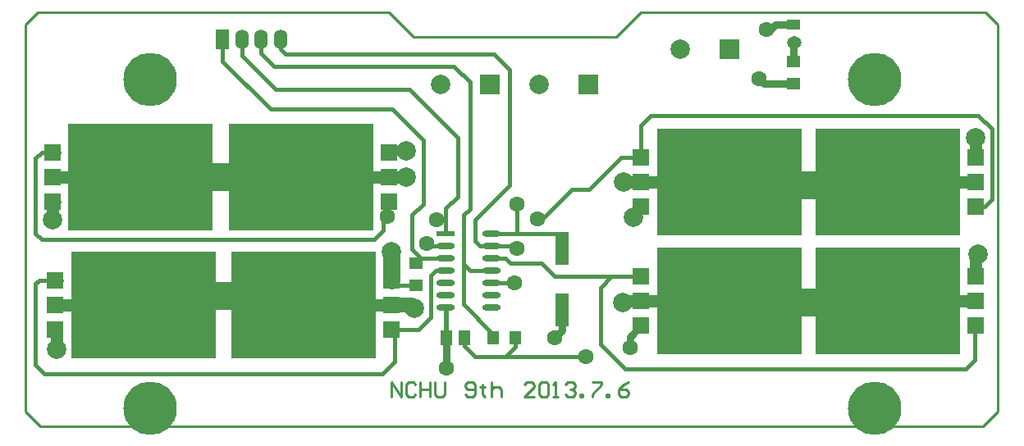
<source format=gtl>
%FSTAX23Y23*%
%MOIN*%
%SFA1B1*%

%IPPOS*%
%ADD10R,0.071000X0.071000*%
%ADD11R,0.591000X0.433000*%
%ADD12R,0.047000X0.055000*%
%ADD13R,0.055000X0.047000*%
%ADD14R,0.157000X0.118000*%
%ADD15O,0.075000X0.024000*%
%ADD16R,0.075000X0.024000*%
%ADD17R,0.051000X0.059000*%
%ADD18R,0.055000X0.138000*%
%ADD19R,0.055000X0.039000*%
%ADD20O,0.059000X0.051000*%
%ADD21C,0.016000*%
%ADD22C,0.050000*%
%ADD23C,0.031000*%
%ADD24C,0.020000*%
%ADD25C,0.059000*%
%ADD26C,0.014000*%
%ADD27C,0.071000*%
%ADD28C,0.011000*%
%ADD29C,0.010000*%
%ADD30O,0.055000X0.079000*%
%ADD31R,0.055000X0.079000*%
%ADD32C,0.079000*%
%ADD33C,0.217000*%
%ADD34R,0.079000X0.079000*%
%ADD35C,0.063000*%
%LNmos¹ÜhÇÅ-1*%
%LPD*%
G54D10*
X0387Y00695D03*
Y00595D03*
Y00495D03*
X0251Y0118D03*
Y0108D03*
Y0098D03*
X01495Y0048D03*
Y0058D03*
Y0068D03*
X0013Y0048D03*
Y0058D03*
Y0068D03*
X0012Y012D03*
Y011D03*
Y01D03*
X01485Y012D03*
Y011D03*
Y01D03*
X0387Y0118D03*
Y0108D03*
Y0098D03*
X0251Y00695D03*
Y00595D03*
Y00495D03*
G54D11*
X03513Y00595D03*
X02868Y0108D03*
X01138Y0058D03*
X00488D03*
X00477Y011D03*
X01128D03*
X03513Y0108D03*
X02868Y00595D03*
G54D12*
X02Y00445D03*
X0191D03*
G54D13*
X01595Y0066D03*
Y0075D03*
X0313Y0157D03*
Y0148D03*
G54D14*
X00825Y00615D03*
Y011D03*
X0315Y0059D03*
X03155Y01065D03*
G54D15*
X01717Y0057D03*
X01903Y0087D03*
Y0057D03*
Y0062D03*
Y0067D03*
Y0072D03*
X01717Y0082D03*
Y0077D03*
Y0072D03*
Y0067D03*
Y0062D03*
X01903Y0077D03*
Y0082D03*
G54D16*
X01717Y0087D03*
G54D17*
X01718Y00445D03*
X01792D03*
G54D18*
X0219Y0056D03*
Y0081D03*
G54D19*
X0313Y0172D03*
G54D20*
X03131Y01644D03*
G54D21*
X015Y01375D02*
X01625Y0125D01*
X0209Y0092D02*
Y0093D01*
Y0092D02*
X02095Y00915D01*
X02005Y0087D02*
X02114D01*
X02095Y00915D02*
X0223Y0105D01*
X0196Y0037D02*
X02Y0041D01*
X0196Y0037D02*
X02285D01*
X01835D02*
X0196D01*
X02005Y0087D02*
Y0099D01*
X01903Y0087D02*
X02005D01*
X01835Y0084D02*
Y00925D01*
X02Y0041D02*
Y00445D01*
X01792Y00413D02*
X01835Y0037D01*
X01792Y00413D02*
Y00445D01*
X01789Y00581D02*
X0191Y0046D01*
Y00445D02*
Y0046D01*
X01789Y00581D02*
Y00746D01*
X02345Y0042D02*
X02445Y0032D01*
X01717Y0057D02*
X01718D01*
X0216Y00695D02*
X0239D01*
X02105Y0075D02*
X0216Y00695D01*
X0198Y0075D02*
X02105D01*
X0194Y0067D02*
X01995D01*
X0196Y0077D02*
X0198Y0075D01*
X01903Y0077D02*
X0196D01*
X01903Y0082D02*
X02D01*
X0223Y0105D02*
X023D01*
X01903Y0087D02*
D01*
X0194Y0067D02*
X01985D01*
X01903D02*
X0194D01*
X01675Y0072D02*
X01717D01*
X01655Y007D02*
X01675Y0072D01*
X01655Y0053D02*
Y007D01*
X01605Y0048D02*
X01655Y0053D01*
X01495Y0068D02*
X01515Y0066D01*
X01595*
X0243Y0118D02*
X0251D01*
X023Y0105D02*
X0243Y0118D01*
X01662Y0082D02*
X01717D01*
X01615Y0077D02*
X01717D01*
X01789Y00746D02*
Y00944D01*
Y00746D02*
X01815Y0072D01*
X01717Y0087D02*
Y00972D01*
X01815Y0072D02*
X01903D01*
X01835Y0084D02*
X01855Y0082D01*
X01903*
X01495Y0048D02*
X01605D01*
X0239Y00695D02*
X0251D01*
X02345Y0065D02*
X0239Y00695D01*
X02345Y0042D02*
Y0065D01*
X0251Y0118D02*
Y0131D01*
X0012Y012D02*
X00145D01*
X00075D02*
X0012D01*
X01462Y00882D02*
Y00923D01*
X01425Y00845D02*
X01462Y00882D01*
Y00923D02*
X0148Y0094D01*
X00075Y00845D02*
X01425D01*
X00142Y00993D02*
X00145Y01D01*
X01903Y0087D02*
X01925D01*
X0255Y0135D02*
X0388D01*
X0251Y0131D02*
X0255Y0135D01*
X03935Y0101D02*
Y01295D01*
X03905Y0098D02*
X03935Y0101D01*
X0388Y0135D02*
X03935Y01295D01*
X03865Y00355D02*
Y0046D01*
X0383Y0032D02*
X03865Y00355D01*
X02445Y0032D02*
X0383D01*
X00085Y003D02*
X0146D01*
X0005Y00335D02*
X00085Y003D01*
X0005Y00335D02*
Y00665D01*
X00065Y0068D02*
X00155D01*
X0005Y00665D02*
X00065Y0068D01*
X0005Y01175D02*
X00075Y012D01*
X0005Y0087D02*
Y01175D01*
Y0087D02*
X00075Y00845D01*
X0151Y0035D02*
Y0045D01*
X0146Y003D02*
X0151Y0035D01*
X0158Y00945D02*
X01625Y0099D01*
Y0125*
X0158Y00805D02*
X01615Y0077D01*
X0158Y00805D02*
Y00945D01*
X01789Y00944D02*
X01815Y0097D01*
X01717Y00972D02*
X01765Y0102D01*
X01835Y00925D02*
X01975Y01065D01*
X00967Y01603D02*
Y0166D01*
X01975Y01065D02*
Y01535D01*
X01815Y0097D02*
Y01485D01*
X01765Y0102D02*
Y0126D01*
X0081Y0157D02*
Y0166D01*
Y0157D02*
X01005Y01375D01*
X015*
X00889Y01591D02*
Y0166D01*
Y01591D02*
X01025Y01455D01*
X0157*
X01765Y0126*
X01911Y01599D02*
X01975Y01535D01*
X01046Y01618D02*
Y0166D01*
X01065Y01599D02*
X01911D01*
X01046Y01618D02*
X01065Y01599D01*
X00967Y01603D02*
X0102Y0155D01*
X0175*
X01815Y01485*
X02114Y0087D02*
X0219D01*
G54D22*
X01485Y011D02*
X01555D01*
X0244Y0108D02*
X0251D01*
X02435Y0059D02*
X0244Y00595D01*
X0251*
X02868*
X0012Y011D02*
X00477D01*
X0013Y0058D02*
X00488D01*
X00135Y004D02*
Y00475D01*
X0013Y0048D02*
X00135Y00475D01*
X0012Y00925D02*
Y01D01*
X03513Y0108D02*
X0387D01*
X03513Y00595D02*
X0387D01*
Y00695D02*
Y0079D01*
Y0118D02*
Y0126D01*
X0251Y0108D02*
X02868D01*
X01138Y0058D02*
X01495D01*
X01128Y011D02*
X01485D01*
G54D23*
X0216Y00445D02*
X0219Y00475D01*
Y0056*
X01718Y00323D02*
Y00445D01*
X0299Y015D02*
X0301Y0148D01*
X0313*
Y01643D02*
X03131Y01644D01*
X0313Y0157D02*
Y01643D01*
X03035Y017D02*
X03055Y0172D01*
X0313*
X0302Y017D02*
X03035D01*
X025Y0097D02*
X0251Y0098D01*
X02465Y00405D02*
Y0045D01*
X0251Y00495*
G54D24*
X01718Y0046D02*
Y0057D01*
G54D25*
X01495Y0058D02*
X01575D01*
X0159Y00565*
G54D26*
X03131Y01644D02*
Y01664D01*
X0313Y0159D02*
X03131Y01591D01*
G54D27*
X01495Y0068D02*
Y00795D01*
G54D28*
X01485Y0177D02*
X01515Y0174D01*
X0006Y0177D02*
X01485D01*
X0001Y00145D02*
Y0172D01*
X0396Y00145D02*
Y0172D01*
X0391Y0177D02*
X0396Y0172D01*
X0251Y0177D02*
X0391D01*
X0246Y0172D02*
X0251Y0177D01*
X0001Y0172D02*
X0006Y0177D01*
X01515Y0174D02*
X01585Y0167D01*
X0241*
X0246Y0172*
X0001Y00145D02*
X0007Y00085D01*
X039*
X0396Y00145*
G54D29*
X01495Y00205D02*
Y00264D01*
X01534Y00205*
Y00264*
X01593Y00254D02*
X01584Y00264D01*
X01564*
X01554Y00254*
Y00215*
X01564Y00205*
X01584*
X01593Y00215*
X01613Y00264D02*
Y00205D01*
Y00235*
X01652*
Y00264*
Y00205*
X01672Y00264D02*
Y00215D01*
X01682Y00205*
X01702*
X01711Y00215*
Y00264*
X01795Y00215D02*
X01805Y00205D01*
X01825*
X01834Y00215*
Y00254*
X01825Y00264*
X01805*
X01795Y00254*
Y00244*
X01805Y00235*
X01834*
X01864Y00254D02*
Y00244D01*
X01854*
X01874*
X01864*
Y00215*
X01874Y00205*
X01903Y00264D02*
Y00205D01*
Y00235*
X01913Y00244*
X01933*
X01943Y00235*
Y00205*
X02074D02*
X02035D01*
X02074Y00244*
Y00254*
X02065Y00264*
X02045*
X02035Y00254*
X02094D02*
X02104Y00264D01*
X02124*
X02133Y00254*
Y00215*
X02124Y00205*
X02104*
X02094Y00215*
Y00254*
X02153Y00205D02*
X02173D01*
X02163*
Y00264*
X02153Y00254*
X02202D02*
X02212Y00264D01*
X02232*
X02242Y00254*
Y00244*
X02232Y00235*
X02222*
X02232*
X02242Y00225*
Y00215*
X02232Y00205*
X02212*
X02202Y00215*
X02261Y00205D02*
Y00215D01*
X02271*
Y00205*
X02261*
X02311Y00264D02*
X0235D01*
Y00254*
X02311Y00215*
Y00205*
X0237D02*
Y00215D01*
X02379*
Y00205*
X0237*
X02458Y00264D02*
X02438Y00254D01*
X02419Y00235*
Y00215*
X02429Y00205*
X02448*
X02458Y00215*
Y00225*
X02448Y00235*
X02419*
G54D30*
X01046Y0166D03*
X00889D03*
X00967D03*
G54D31*
X0081Y0166D03*
G54D32*
X01555Y01205D03*
Y011D03*
X0159Y00565D03*
X01495Y00795D03*
X02435Y0059D03*
X0244Y0108D03*
X0267Y0162D03*
X01695Y01475D03*
X02095D03*
X00135Y004D03*
X0012Y00925D03*
X0387Y0126D03*
X0388Y00785D03*
X0248Y00935D03*
G54D33*
X0346Y01496D03*
X00515D03*
X0346Y00157D03*
X00515D03*
G54D34*
X0287Y0162D03*
X01895Y01475D03*
X02295D03*
G54D35*
X0209Y0093D03*
X0216Y00445D03*
X02285Y0037D03*
X02005Y0099D03*
X01718Y00323D03*
X01995Y0067D03*
X02005Y0081D03*
X0168Y00925D03*
X0164Y0083D03*
X0148Y0094D03*
X0302Y017D03*
X02465Y00405D03*
X0299Y015D03*
M02*
</source>
